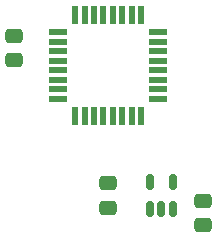
<source format=gbr>
%TF.GenerationSoftware,KiCad,Pcbnew,7.0.6*%
%TF.CreationDate,2023-08-01T20:56:41-04:00*%
%TF.ProjectId,mcumod-am8,6d63756d-6f64-42d6-916d-382e6b696361,rev?*%
%TF.SameCoordinates,Original*%
%TF.FileFunction,Paste,Top*%
%TF.FilePolarity,Positive*%
%FSLAX46Y46*%
G04 Gerber Fmt 4.6, Leading zero omitted, Abs format (unit mm)*
G04 Created by KiCad (PCBNEW 7.0.6) date 2023-08-01 20:56:41*
%MOMM*%
%LPD*%
G01*
G04 APERTURE LIST*
G04 Aperture macros list*
%AMRoundRect*
0 Rectangle with rounded corners*
0 $1 Rounding radius*
0 $2 $3 $4 $5 $6 $7 $8 $9 X,Y pos of 4 corners*
0 Add a 4 corners polygon primitive as box body*
4,1,4,$2,$3,$4,$5,$6,$7,$8,$9,$2,$3,0*
0 Add four circle primitives for the rounded corners*
1,1,$1+$1,$2,$3*
1,1,$1+$1,$4,$5*
1,1,$1+$1,$6,$7*
1,1,$1+$1,$8,$9*
0 Add four rect primitives between the rounded corners*
20,1,$1+$1,$2,$3,$4,$5,0*
20,1,$1+$1,$4,$5,$6,$7,0*
20,1,$1+$1,$6,$7,$8,$9,0*
20,1,$1+$1,$8,$9,$2,$3,0*%
G04 Aperture macros list end*
%ADD10RoundRect,0.150000X0.150000X-0.512500X0.150000X0.512500X-0.150000X0.512500X-0.150000X-0.512500X0*%
%ADD11R,0.550000X1.600000*%
%ADD12R,1.600000X0.550000*%
%ADD13RoundRect,0.250000X-0.475000X0.337500X-0.475000X-0.337500X0.475000X-0.337500X0.475000X0.337500X0*%
%ADD14RoundRect,0.250000X0.475000X-0.337500X0.475000X0.337500X-0.475000X0.337500X-0.475000X-0.337500X0*%
G04 APERTURE END LIST*
D10*
%TO.C,U2*%
X113550000Y-126637500D03*
X114500000Y-126637500D03*
X115450000Y-126637500D03*
X115450000Y-124362500D03*
X113550000Y-124362500D03*
%TD*%
D11*
%TO.C,U1*%
X112800000Y-118750000D03*
X112000000Y-118750000D03*
X111200000Y-118750000D03*
X110400000Y-118750000D03*
X109600000Y-118750000D03*
X108800000Y-118750000D03*
X108000000Y-118750000D03*
X107200000Y-118750000D03*
D12*
X105750000Y-117300000D03*
X105750000Y-116500000D03*
X105750000Y-115700000D03*
X105750000Y-114900000D03*
X105750000Y-114100000D03*
X105750000Y-113300000D03*
X105750000Y-112500000D03*
X105750000Y-111700000D03*
D11*
X107200000Y-110250000D03*
X108000000Y-110250000D03*
X108800000Y-110250000D03*
X109600000Y-110250000D03*
X110400000Y-110250000D03*
X111200000Y-110250000D03*
X112000000Y-110250000D03*
X112800000Y-110250000D03*
D12*
X114250000Y-111700000D03*
X114250000Y-112500000D03*
X114250000Y-113300000D03*
X114250000Y-114100000D03*
X114250000Y-114900000D03*
X114250000Y-115700000D03*
X114250000Y-116500000D03*
X114250000Y-117300000D03*
%TD*%
D13*
%TO.C,C3*%
X102000000Y-111962500D03*
X102000000Y-114037500D03*
%TD*%
%TO.C,C2*%
X110000000Y-124462500D03*
X110000000Y-126537500D03*
%TD*%
D14*
%TO.C,C1*%
X118000000Y-128037500D03*
X118000000Y-125962500D03*
%TD*%
M02*

</source>
